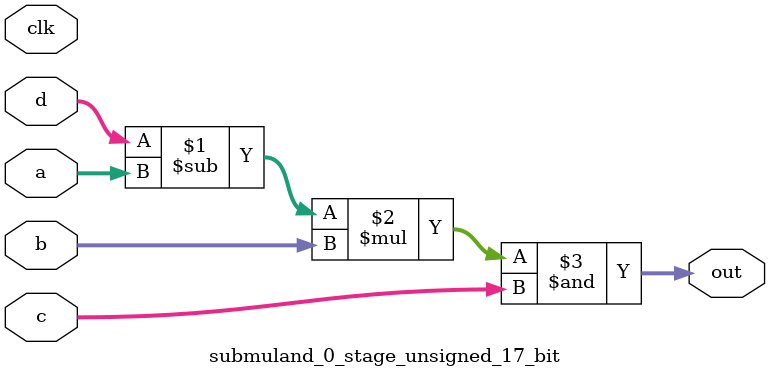
<source format=sv>
(* use_dsp = "yes" *) module submuland_0_stage_unsigned_17_bit(
	input  [16:0] a,
	input  [16:0] b,
	input  [16:0] c,
	input  [16:0] d,
	output [16:0] out,
	input clk);

	assign out = ((d - a) * b) & c;
endmodule

</source>
